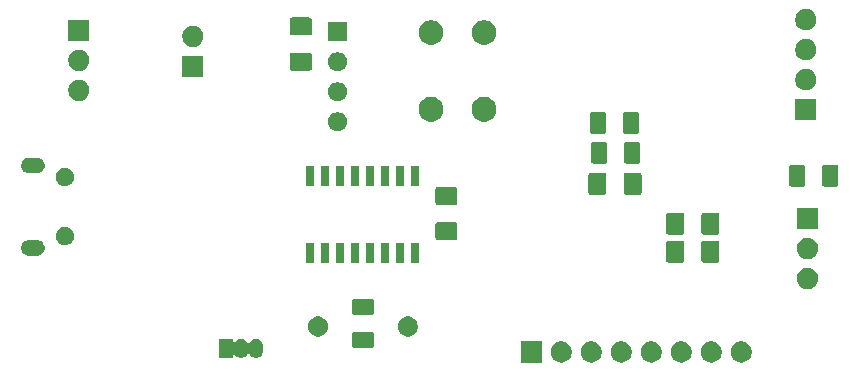
<source format=gbr>
G04 #@! TF.GenerationSoftware,KiCad,Pcbnew,(5.1.5)-3*
G04 #@! TF.CreationDate,2020-12-22T19:25:11+13:00*
G04 #@! TF.ProjectId,SensorNodeCircuit,53656e73-6f72-44e6-9f64-654369726375,rev?*
G04 #@! TF.SameCoordinates,Original*
G04 #@! TF.FileFunction,Soldermask,Bot*
G04 #@! TF.FilePolarity,Negative*
%FSLAX46Y46*%
G04 Gerber Fmt 4.6, Leading zero omitted, Abs format (unit mm)*
G04 Created by KiCad (PCBNEW (5.1.5)-3) date 2020-12-22 19:25:11*
%MOMM*%
%LPD*%
G04 APERTURE LIST*
%ADD10C,0.100000*%
G04 APERTURE END LIST*
D10*
G36*
X151192712Y-106596727D02*
G01*
X151342012Y-106626424D01*
X151505984Y-106694344D01*
X151653554Y-106792947D01*
X151779053Y-106918446D01*
X151877656Y-107066016D01*
X151945576Y-107229988D01*
X151980200Y-107404059D01*
X151980200Y-107581541D01*
X151945576Y-107755612D01*
X151877656Y-107919584D01*
X151779053Y-108067154D01*
X151653554Y-108192653D01*
X151505984Y-108291256D01*
X151342012Y-108359176D01*
X151192712Y-108388873D01*
X151167942Y-108393800D01*
X150990458Y-108393800D01*
X150965688Y-108388873D01*
X150816388Y-108359176D01*
X150652416Y-108291256D01*
X150504846Y-108192653D01*
X150379347Y-108067154D01*
X150280744Y-107919584D01*
X150212824Y-107755612D01*
X150178200Y-107581541D01*
X150178200Y-107404059D01*
X150212824Y-107229988D01*
X150280744Y-107066016D01*
X150379347Y-106918446D01*
X150504846Y-106792947D01*
X150652416Y-106694344D01*
X150816388Y-106626424D01*
X150965688Y-106596727D01*
X150990458Y-106591800D01*
X151167942Y-106591800D01*
X151192712Y-106596727D01*
G37*
G36*
X161352712Y-106596727D02*
G01*
X161502012Y-106626424D01*
X161665984Y-106694344D01*
X161813554Y-106792947D01*
X161939053Y-106918446D01*
X162037656Y-107066016D01*
X162105576Y-107229988D01*
X162140200Y-107404059D01*
X162140200Y-107581541D01*
X162105576Y-107755612D01*
X162037656Y-107919584D01*
X161939053Y-108067154D01*
X161813554Y-108192653D01*
X161665984Y-108291256D01*
X161502012Y-108359176D01*
X161352712Y-108388873D01*
X161327942Y-108393800D01*
X161150458Y-108393800D01*
X161125688Y-108388873D01*
X160976388Y-108359176D01*
X160812416Y-108291256D01*
X160664846Y-108192653D01*
X160539347Y-108067154D01*
X160440744Y-107919584D01*
X160372824Y-107755612D01*
X160338200Y-107581541D01*
X160338200Y-107404059D01*
X160372824Y-107229988D01*
X160440744Y-107066016D01*
X160539347Y-106918446D01*
X160664846Y-106792947D01*
X160812416Y-106694344D01*
X160976388Y-106626424D01*
X161125688Y-106596727D01*
X161150458Y-106591800D01*
X161327942Y-106591800D01*
X161352712Y-106596727D01*
G37*
G36*
X163892712Y-106596727D02*
G01*
X164042012Y-106626424D01*
X164205984Y-106694344D01*
X164353554Y-106792947D01*
X164479053Y-106918446D01*
X164577656Y-107066016D01*
X164645576Y-107229988D01*
X164680200Y-107404059D01*
X164680200Y-107581541D01*
X164645576Y-107755612D01*
X164577656Y-107919584D01*
X164479053Y-108067154D01*
X164353554Y-108192653D01*
X164205984Y-108291256D01*
X164042012Y-108359176D01*
X163892712Y-108388873D01*
X163867942Y-108393800D01*
X163690458Y-108393800D01*
X163665688Y-108388873D01*
X163516388Y-108359176D01*
X163352416Y-108291256D01*
X163204846Y-108192653D01*
X163079347Y-108067154D01*
X162980744Y-107919584D01*
X162912824Y-107755612D01*
X162878200Y-107581541D01*
X162878200Y-107404059D01*
X162912824Y-107229988D01*
X162980744Y-107066016D01*
X163079347Y-106918446D01*
X163204846Y-106792947D01*
X163352416Y-106694344D01*
X163516388Y-106626424D01*
X163665688Y-106596727D01*
X163690458Y-106591800D01*
X163867942Y-106591800D01*
X163892712Y-106596727D01*
G37*
G36*
X158812712Y-106596727D02*
G01*
X158962012Y-106626424D01*
X159125984Y-106694344D01*
X159273554Y-106792947D01*
X159399053Y-106918446D01*
X159497656Y-107066016D01*
X159565576Y-107229988D01*
X159600200Y-107404059D01*
X159600200Y-107581541D01*
X159565576Y-107755612D01*
X159497656Y-107919584D01*
X159399053Y-108067154D01*
X159273554Y-108192653D01*
X159125984Y-108291256D01*
X158962012Y-108359176D01*
X158812712Y-108388873D01*
X158787942Y-108393800D01*
X158610458Y-108393800D01*
X158585688Y-108388873D01*
X158436388Y-108359176D01*
X158272416Y-108291256D01*
X158124846Y-108192653D01*
X157999347Y-108067154D01*
X157900744Y-107919584D01*
X157832824Y-107755612D01*
X157798200Y-107581541D01*
X157798200Y-107404059D01*
X157832824Y-107229988D01*
X157900744Y-107066016D01*
X157999347Y-106918446D01*
X158124846Y-106792947D01*
X158272416Y-106694344D01*
X158436388Y-106626424D01*
X158585688Y-106596727D01*
X158610458Y-106591800D01*
X158787942Y-106591800D01*
X158812712Y-106596727D01*
G37*
G36*
X156272712Y-106596727D02*
G01*
X156422012Y-106626424D01*
X156585984Y-106694344D01*
X156733554Y-106792947D01*
X156859053Y-106918446D01*
X156957656Y-107066016D01*
X157025576Y-107229988D01*
X157060200Y-107404059D01*
X157060200Y-107581541D01*
X157025576Y-107755612D01*
X156957656Y-107919584D01*
X156859053Y-108067154D01*
X156733554Y-108192653D01*
X156585984Y-108291256D01*
X156422012Y-108359176D01*
X156272712Y-108388873D01*
X156247942Y-108393800D01*
X156070458Y-108393800D01*
X156045688Y-108388873D01*
X155896388Y-108359176D01*
X155732416Y-108291256D01*
X155584846Y-108192653D01*
X155459347Y-108067154D01*
X155360744Y-107919584D01*
X155292824Y-107755612D01*
X155258200Y-107581541D01*
X155258200Y-107404059D01*
X155292824Y-107229988D01*
X155360744Y-107066016D01*
X155459347Y-106918446D01*
X155584846Y-106792947D01*
X155732416Y-106694344D01*
X155896388Y-106626424D01*
X156045688Y-106596727D01*
X156070458Y-106591800D01*
X156247942Y-106591800D01*
X156272712Y-106596727D01*
G37*
G36*
X146900200Y-108393800D02*
G01*
X145098200Y-108393800D01*
X145098200Y-106591800D01*
X146900200Y-106591800D01*
X146900200Y-108393800D01*
G37*
G36*
X153732712Y-106596727D02*
G01*
X153882012Y-106626424D01*
X154045984Y-106694344D01*
X154193554Y-106792947D01*
X154319053Y-106918446D01*
X154417656Y-107066016D01*
X154485576Y-107229988D01*
X154520200Y-107404059D01*
X154520200Y-107581541D01*
X154485576Y-107755612D01*
X154417656Y-107919584D01*
X154319053Y-108067154D01*
X154193554Y-108192653D01*
X154045984Y-108291256D01*
X153882012Y-108359176D01*
X153732712Y-108388873D01*
X153707942Y-108393800D01*
X153530458Y-108393800D01*
X153505688Y-108388873D01*
X153356388Y-108359176D01*
X153192416Y-108291256D01*
X153044846Y-108192653D01*
X152919347Y-108067154D01*
X152820744Y-107919584D01*
X152752824Y-107755612D01*
X152718200Y-107581541D01*
X152718200Y-107404059D01*
X152752824Y-107229988D01*
X152820744Y-107066016D01*
X152919347Y-106918446D01*
X153044846Y-106792947D01*
X153192416Y-106694344D01*
X153356388Y-106626424D01*
X153505688Y-106596727D01*
X153530458Y-106591800D01*
X153707942Y-106591800D01*
X153732712Y-106596727D01*
G37*
G36*
X148652712Y-106596727D02*
G01*
X148802012Y-106626424D01*
X148965984Y-106694344D01*
X149113554Y-106792947D01*
X149239053Y-106918446D01*
X149337656Y-107066016D01*
X149405576Y-107229988D01*
X149440200Y-107404059D01*
X149440200Y-107581541D01*
X149405576Y-107755612D01*
X149337656Y-107919584D01*
X149239053Y-108067154D01*
X149113554Y-108192653D01*
X148965984Y-108291256D01*
X148802012Y-108359176D01*
X148652712Y-108388873D01*
X148627942Y-108393800D01*
X148450458Y-108393800D01*
X148425688Y-108388873D01*
X148276388Y-108359176D01*
X148112416Y-108291256D01*
X147964846Y-108192653D01*
X147839347Y-108067154D01*
X147740744Y-107919584D01*
X147672824Y-107755612D01*
X147638200Y-107581541D01*
X147638200Y-107404059D01*
X147672824Y-107229988D01*
X147740744Y-107066016D01*
X147839347Y-106918446D01*
X147964846Y-106792947D01*
X148112416Y-106694344D01*
X148276388Y-106626424D01*
X148425688Y-106596727D01*
X148450458Y-106591800D01*
X148627942Y-106591800D01*
X148652712Y-106596727D01*
G37*
G36*
X122812915Y-106393334D02*
G01*
X122921491Y-106426271D01*
X122921494Y-106426272D01*
X122957600Y-106445571D01*
X123021556Y-106479756D01*
X123109264Y-106551736D01*
X123181244Y-106639443D01*
X123210589Y-106694344D01*
X123234728Y-106739505D01*
X123234729Y-106739508D01*
X123267666Y-106848084D01*
X123276000Y-106932702D01*
X123276000Y-107439297D01*
X123267666Y-107523916D01*
X123235252Y-107630767D01*
X123234728Y-107632495D01*
X123224761Y-107651141D01*
X123181244Y-107732557D01*
X123109264Y-107820264D01*
X123021557Y-107892244D01*
X122957601Y-107926429D01*
X122921495Y-107945728D01*
X122921492Y-107945729D01*
X122812916Y-107978666D01*
X122700000Y-107989787D01*
X122587085Y-107978666D01*
X122478509Y-107945729D01*
X122478506Y-107945728D01*
X122442400Y-107926429D01*
X122378444Y-107892244D01*
X122290737Y-107820264D01*
X122218757Y-107732557D01*
X122175239Y-107651141D01*
X122161625Y-107630766D01*
X122144298Y-107613439D01*
X122123924Y-107599826D01*
X122101285Y-107590448D01*
X122077252Y-107585668D01*
X122052748Y-107585668D01*
X122028715Y-107590448D01*
X122006076Y-107599826D01*
X121985701Y-107613440D01*
X121968374Y-107630767D01*
X121954761Y-107651141D01*
X121911244Y-107732557D01*
X121839264Y-107820264D01*
X121751557Y-107892244D01*
X121687601Y-107926429D01*
X121651495Y-107945728D01*
X121651492Y-107945729D01*
X121542916Y-107978666D01*
X121430000Y-107989787D01*
X121317085Y-107978666D01*
X121208509Y-107945729D01*
X121208506Y-107945728D01*
X121172400Y-107926429D01*
X121108444Y-107892244D01*
X121020737Y-107820264D01*
X120957622Y-107743359D01*
X120940297Y-107726034D01*
X120919923Y-107712420D01*
X120897284Y-107703043D01*
X120873250Y-107698263D01*
X120848746Y-107698263D01*
X120824713Y-107703044D01*
X120802074Y-107712421D01*
X120781700Y-107726035D01*
X120764373Y-107743362D01*
X120750759Y-107763736D01*
X120741382Y-107786375D01*
X120736000Y-107822660D01*
X120736000Y-107987000D01*
X119584000Y-107987000D01*
X119584000Y-106385000D01*
X120736000Y-106385000D01*
X120736000Y-106549341D01*
X120738402Y-106573727D01*
X120745515Y-106597176D01*
X120757066Y-106618787D01*
X120772611Y-106637729D01*
X120791553Y-106653274D01*
X120813164Y-106664825D01*
X120836613Y-106671938D01*
X120860999Y-106674340D01*
X120885385Y-106671938D01*
X120908834Y-106664825D01*
X120930445Y-106653274D01*
X120949387Y-106637729D01*
X120957608Y-106628657D01*
X121020736Y-106551736D01*
X121108443Y-106479756D01*
X121172399Y-106445571D01*
X121208505Y-106426272D01*
X121208508Y-106426271D01*
X121317084Y-106393334D01*
X121430000Y-106382213D01*
X121542915Y-106393334D01*
X121651491Y-106426271D01*
X121651494Y-106426272D01*
X121687600Y-106445571D01*
X121751556Y-106479756D01*
X121839264Y-106551736D01*
X121911244Y-106639443D01*
X121954761Y-106720859D01*
X121968375Y-106741234D01*
X121985702Y-106758561D01*
X122006076Y-106772174D01*
X122028715Y-106781552D01*
X122052748Y-106786332D01*
X122077252Y-106786332D01*
X122101285Y-106781552D01*
X122123924Y-106772174D01*
X122144299Y-106758560D01*
X122161626Y-106741233D01*
X122175239Y-106720860D01*
X122218756Y-106639444D01*
X122290736Y-106551736D01*
X122378443Y-106479756D01*
X122442399Y-106445571D01*
X122478505Y-106426272D01*
X122478508Y-106426271D01*
X122587084Y-106393334D01*
X122700000Y-106382213D01*
X122812915Y-106393334D01*
G37*
G36*
X132548604Y-105814347D02*
G01*
X132585144Y-105825432D01*
X132618821Y-105843433D01*
X132648341Y-105867659D01*
X132672567Y-105897179D01*
X132690568Y-105930856D01*
X132701653Y-105967396D01*
X132706000Y-106011538D01*
X132706000Y-106960462D01*
X132701653Y-107004604D01*
X132690568Y-107041144D01*
X132672567Y-107074821D01*
X132648341Y-107104341D01*
X132618821Y-107128567D01*
X132585144Y-107146568D01*
X132548604Y-107157653D01*
X132504462Y-107162000D01*
X131055538Y-107162000D01*
X131011396Y-107157653D01*
X130974856Y-107146568D01*
X130941179Y-107128567D01*
X130911659Y-107104341D01*
X130887433Y-107074821D01*
X130869432Y-107041144D01*
X130858347Y-107004604D01*
X130854000Y-106960462D01*
X130854000Y-106011538D01*
X130858347Y-105967396D01*
X130869432Y-105930856D01*
X130887433Y-105897179D01*
X130911659Y-105867659D01*
X130941179Y-105843433D01*
X130974856Y-105825432D01*
X131011396Y-105814347D01*
X131055538Y-105810000D01*
X132504462Y-105810000D01*
X132548604Y-105814347D01*
G37*
G36*
X128198228Y-104527703D02*
G01*
X128353100Y-104591853D01*
X128492481Y-104684985D01*
X128611015Y-104803519D01*
X128704147Y-104942900D01*
X128768297Y-105097772D01*
X128801000Y-105262184D01*
X128801000Y-105429816D01*
X128768297Y-105594228D01*
X128704147Y-105749100D01*
X128611015Y-105888481D01*
X128492481Y-106007015D01*
X128353100Y-106100147D01*
X128198228Y-106164297D01*
X128033816Y-106197000D01*
X127866184Y-106197000D01*
X127701772Y-106164297D01*
X127546900Y-106100147D01*
X127407519Y-106007015D01*
X127288985Y-105888481D01*
X127195853Y-105749100D01*
X127131703Y-105594228D01*
X127099000Y-105429816D01*
X127099000Y-105262184D01*
X127131703Y-105097772D01*
X127195853Y-104942900D01*
X127288985Y-104803519D01*
X127407519Y-104684985D01*
X127546900Y-104591853D01*
X127701772Y-104527703D01*
X127866184Y-104495000D01*
X128033816Y-104495000D01*
X128198228Y-104527703D01*
G37*
G36*
X135798228Y-104527703D02*
G01*
X135953100Y-104591853D01*
X136092481Y-104684985D01*
X136211015Y-104803519D01*
X136304147Y-104942900D01*
X136368297Y-105097772D01*
X136401000Y-105262184D01*
X136401000Y-105429816D01*
X136368297Y-105594228D01*
X136304147Y-105749100D01*
X136211015Y-105888481D01*
X136092481Y-106007015D01*
X135953100Y-106100147D01*
X135798228Y-106164297D01*
X135633816Y-106197000D01*
X135466184Y-106197000D01*
X135301772Y-106164297D01*
X135146900Y-106100147D01*
X135007519Y-106007015D01*
X134888985Y-105888481D01*
X134795853Y-105749100D01*
X134731703Y-105594228D01*
X134699000Y-105429816D01*
X134699000Y-105262184D01*
X134731703Y-105097772D01*
X134795853Y-104942900D01*
X134888985Y-104803519D01*
X135007519Y-104684985D01*
X135146900Y-104591853D01*
X135301772Y-104527703D01*
X135466184Y-104495000D01*
X135633816Y-104495000D01*
X135798228Y-104527703D01*
G37*
G36*
X132548604Y-103014347D02*
G01*
X132585144Y-103025432D01*
X132618821Y-103043433D01*
X132648341Y-103067659D01*
X132672567Y-103097179D01*
X132690568Y-103130856D01*
X132701653Y-103167396D01*
X132706000Y-103211538D01*
X132706000Y-104160462D01*
X132701653Y-104204604D01*
X132690568Y-104241144D01*
X132672567Y-104274821D01*
X132648341Y-104304341D01*
X132618821Y-104328567D01*
X132585144Y-104346568D01*
X132548604Y-104357653D01*
X132504462Y-104362000D01*
X131055538Y-104362000D01*
X131011396Y-104357653D01*
X130974856Y-104346568D01*
X130941179Y-104328567D01*
X130911659Y-104304341D01*
X130887433Y-104274821D01*
X130869432Y-104241144D01*
X130858347Y-104204604D01*
X130854000Y-104160462D01*
X130854000Y-103211538D01*
X130858347Y-103167396D01*
X130869432Y-103130856D01*
X130887433Y-103097179D01*
X130911659Y-103067659D01*
X130941179Y-103043433D01*
X130974856Y-103025432D01*
X131011396Y-103014347D01*
X131055538Y-103010000D01*
X132504462Y-103010000D01*
X132548604Y-103014347D01*
G37*
G36*
X169499512Y-100371927D02*
G01*
X169648812Y-100401624D01*
X169812784Y-100469544D01*
X169960354Y-100568147D01*
X170085853Y-100693646D01*
X170184456Y-100841216D01*
X170252376Y-101005188D01*
X170287000Y-101179259D01*
X170287000Y-101356741D01*
X170252376Y-101530812D01*
X170184456Y-101694784D01*
X170085853Y-101842354D01*
X169960354Y-101967853D01*
X169812784Y-102066456D01*
X169648812Y-102134376D01*
X169499512Y-102164073D01*
X169474742Y-102169000D01*
X169297258Y-102169000D01*
X169272488Y-102164073D01*
X169123188Y-102134376D01*
X168959216Y-102066456D01*
X168811646Y-101967853D01*
X168686147Y-101842354D01*
X168587544Y-101694784D01*
X168519624Y-101530812D01*
X168485000Y-101356741D01*
X168485000Y-101179259D01*
X168519624Y-101005188D01*
X168587544Y-100841216D01*
X168686147Y-100693646D01*
X168811646Y-100568147D01*
X168959216Y-100469544D01*
X169123188Y-100401624D01*
X169272488Y-100371927D01*
X169297258Y-100367000D01*
X169474742Y-100367000D01*
X169499512Y-100371927D01*
G37*
G36*
X127544928Y-98247764D02*
G01*
X127566009Y-98254160D01*
X127585445Y-98264548D01*
X127602476Y-98278524D01*
X127616452Y-98295555D01*
X127626840Y-98314991D01*
X127633236Y-98336072D01*
X127636000Y-98364140D01*
X127636000Y-99827860D01*
X127633236Y-99855928D01*
X127626840Y-99877009D01*
X127616452Y-99896445D01*
X127602476Y-99913476D01*
X127585445Y-99927452D01*
X127566009Y-99937840D01*
X127544928Y-99944236D01*
X127516860Y-99947000D01*
X127053140Y-99947000D01*
X127025072Y-99944236D01*
X127003991Y-99937840D01*
X126984555Y-99927452D01*
X126967524Y-99913476D01*
X126953548Y-99896445D01*
X126943160Y-99877009D01*
X126936764Y-99855928D01*
X126934000Y-99827860D01*
X126934000Y-98364140D01*
X126936764Y-98336072D01*
X126943160Y-98314991D01*
X126953548Y-98295555D01*
X126967524Y-98278524D01*
X126984555Y-98264548D01*
X127003991Y-98254160D01*
X127025072Y-98247764D01*
X127053140Y-98245000D01*
X127516860Y-98245000D01*
X127544928Y-98247764D01*
G37*
G36*
X128814928Y-98247764D02*
G01*
X128836009Y-98254160D01*
X128855445Y-98264548D01*
X128872476Y-98278524D01*
X128886452Y-98295555D01*
X128896840Y-98314991D01*
X128903236Y-98336072D01*
X128906000Y-98364140D01*
X128906000Y-99827860D01*
X128903236Y-99855928D01*
X128896840Y-99877009D01*
X128886452Y-99896445D01*
X128872476Y-99913476D01*
X128855445Y-99927452D01*
X128836009Y-99937840D01*
X128814928Y-99944236D01*
X128786860Y-99947000D01*
X128323140Y-99947000D01*
X128295072Y-99944236D01*
X128273991Y-99937840D01*
X128254555Y-99927452D01*
X128237524Y-99913476D01*
X128223548Y-99896445D01*
X128213160Y-99877009D01*
X128206764Y-99855928D01*
X128204000Y-99827860D01*
X128204000Y-98364140D01*
X128206764Y-98336072D01*
X128213160Y-98314991D01*
X128223548Y-98295555D01*
X128237524Y-98278524D01*
X128254555Y-98264548D01*
X128273991Y-98254160D01*
X128295072Y-98247764D01*
X128323140Y-98245000D01*
X128786860Y-98245000D01*
X128814928Y-98247764D01*
G37*
G36*
X130084928Y-98247764D02*
G01*
X130106009Y-98254160D01*
X130125445Y-98264548D01*
X130142476Y-98278524D01*
X130156452Y-98295555D01*
X130166840Y-98314991D01*
X130173236Y-98336072D01*
X130176000Y-98364140D01*
X130176000Y-99827860D01*
X130173236Y-99855928D01*
X130166840Y-99877009D01*
X130156452Y-99896445D01*
X130142476Y-99913476D01*
X130125445Y-99927452D01*
X130106009Y-99937840D01*
X130084928Y-99944236D01*
X130056860Y-99947000D01*
X129593140Y-99947000D01*
X129565072Y-99944236D01*
X129543991Y-99937840D01*
X129524555Y-99927452D01*
X129507524Y-99913476D01*
X129493548Y-99896445D01*
X129483160Y-99877009D01*
X129476764Y-99855928D01*
X129474000Y-99827860D01*
X129474000Y-98364140D01*
X129476764Y-98336072D01*
X129483160Y-98314991D01*
X129493548Y-98295555D01*
X129507524Y-98278524D01*
X129524555Y-98264548D01*
X129543991Y-98254160D01*
X129565072Y-98247764D01*
X129593140Y-98245000D01*
X130056860Y-98245000D01*
X130084928Y-98247764D01*
G37*
G36*
X132624928Y-98247764D02*
G01*
X132646009Y-98254160D01*
X132665445Y-98264548D01*
X132682476Y-98278524D01*
X132696452Y-98295555D01*
X132706840Y-98314991D01*
X132713236Y-98336072D01*
X132716000Y-98364140D01*
X132716000Y-99827860D01*
X132713236Y-99855928D01*
X132706840Y-99877009D01*
X132696452Y-99896445D01*
X132682476Y-99913476D01*
X132665445Y-99927452D01*
X132646009Y-99937840D01*
X132624928Y-99944236D01*
X132596860Y-99947000D01*
X132133140Y-99947000D01*
X132105072Y-99944236D01*
X132083991Y-99937840D01*
X132064555Y-99927452D01*
X132047524Y-99913476D01*
X132033548Y-99896445D01*
X132023160Y-99877009D01*
X132016764Y-99855928D01*
X132014000Y-99827860D01*
X132014000Y-98364140D01*
X132016764Y-98336072D01*
X132023160Y-98314991D01*
X132033548Y-98295555D01*
X132047524Y-98278524D01*
X132064555Y-98264548D01*
X132083991Y-98254160D01*
X132105072Y-98247764D01*
X132133140Y-98245000D01*
X132596860Y-98245000D01*
X132624928Y-98247764D01*
G37*
G36*
X131354928Y-98247764D02*
G01*
X131376009Y-98254160D01*
X131395445Y-98264548D01*
X131412476Y-98278524D01*
X131426452Y-98295555D01*
X131436840Y-98314991D01*
X131443236Y-98336072D01*
X131446000Y-98364140D01*
X131446000Y-99827860D01*
X131443236Y-99855928D01*
X131436840Y-99877009D01*
X131426452Y-99896445D01*
X131412476Y-99913476D01*
X131395445Y-99927452D01*
X131376009Y-99937840D01*
X131354928Y-99944236D01*
X131326860Y-99947000D01*
X130863140Y-99947000D01*
X130835072Y-99944236D01*
X130813991Y-99937840D01*
X130794555Y-99927452D01*
X130777524Y-99913476D01*
X130763548Y-99896445D01*
X130753160Y-99877009D01*
X130746764Y-99855928D01*
X130744000Y-99827860D01*
X130744000Y-98364140D01*
X130746764Y-98336072D01*
X130753160Y-98314991D01*
X130763548Y-98295555D01*
X130777524Y-98278524D01*
X130794555Y-98264548D01*
X130813991Y-98254160D01*
X130835072Y-98247764D01*
X130863140Y-98245000D01*
X131326860Y-98245000D01*
X131354928Y-98247764D01*
G37*
G36*
X133894928Y-98247764D02*
G01*
X133916009Y-98254160D01*
X133935445Y-98264548D01*
X133952476Y-98278524D01*
X133966452Y-98295555D01*
X133976840Y-98314991D01*
X133983236Y-98336072D01*
X133986000Y-98364140D01*
X133986000Y-99827860D01*
X133983236Y-99855928D01*
X133976840Y-99877009D01*
X133966452Y-99896445D01*
X133952476Y-99913476D01*
X133935445Y-99927452D01*
X133916009Y-99937840D01*
X133894928Y-99944236D01*
X133866860Y-99947000D01*
X133403140Y-99947000D01*
X133375072Y-99944236D01*
X133353991Y-99937840D01*
X133334555Y-99927452D01*
X133317524Y-99913476D01*
X133303548Y-99896445D01*
X133293160Y-99877009D01*
X133286764Y-99855928D01*
X133284000Y-99827860D01*
X133284000Y-98364140D01*
X133286764Y-98336072D01*
X133293160Y-98314991D01*
X133303548Y-98295555D01*
X133317524Y-98278524D01*
X133334555Y-98264548D01*
X133353991Y-98254160D01*
X133375072Y-98247764D01*
X133403140Y-98245000D01*
X133866860Y-98245000D01*
X133894928Y-98247764D01*
G37*
G36*
X135164928Y-98247764D02*
G01*
X135186009Y-98254160D01*
X135205445Y-98264548D01*
X135222476Y-98278524D01*
X135236452Y-98295555D01*
X135246840Y-98314991D01*
X135253236Y-98336072D01*
X135256000Y-98364140D01*
X135256000Y-99827860D01*
X135253236Y-99855928D01*
X135246840Y-99877009D01*
X135236452Y-99896445D01*
X135222476Y-99913476D01*
X135205445Y-99927452D01*
X135186009Y-99937840D01*
X135164928Y-99944236D01*
X135136860Y-99947000D01*
X134673140Y-99947000D01*
X134645072Y-99944236D01*
X134623991Y-99937840D01*
X134604555Y-99927452D01*
X134587524Y-99913476D01*
X134573548Y-99896445D01*
X134563160Y-99877009D01*
X134556764Y-99855928D01*
X134554000Y-99827860D01*
X134554000Y-98364140D01*
X134556764Y-98336072D01*
X134563160Y-98314991D01*
X134573548Y-98295555D01*
X134587524Y-98278524D01*
X134604555Y-98264548D01*
X134623991Y-98254160D01*
X134645072Y-98247764D01*
X134673140Y-98245000D01*
X135136860Y-98245000D01*
X135164928Y-98247764D01*
G37*
G36*
X136434928Y-98247764D02*
G01*
X136456009Y-98254160D01*
X136475445Y-98264548D01*
X136492476Y-98278524D01*
X136506452Y-98295555D01*
X136516840Y-98314991D01*
X136523236Y-98336072D01*
X136526000Y-98364140D01*
X136526000Y-99827860D01*
X136523236Y-99855928D01*
X136516840Y-99877009D01*
X136506452Y-99896445D01*
X136492476Y-99913476D01*
X136475445Y-99927452D01*
X136456009Y-99937840D01*
X136434928Y-99944236D01*
X136406860Y-99947000D01*
X135943140Y-99947000D01*
X135915072Y-99944236D01*
X135893991Y-99937840D01*
X135874555Y-99927452D01*
X135857524Y-99913476D01*
X135843548Y-99896445D01*
X135833160Y-99877009D01*
X135826764Y-99855928D01*
X135824000Y-99827860D01*
X135824000Y-98364140D01*
X135826764Y-98336072D01*
X135833160Y-98314991D01*
X135843548Y-98295555D01*
X135857524Y-98278524D01*
X135874555Y-98264548D01*
X135893991Y-98254160D01*
X135915072Y-98247764D01*
X135943140Y-98245000D01*
X136406860Y-98245000D01*
X136434928Y-98247764D01*
G37*
G36*
X158814062Y-98084181D02*
G01*
X158848981Y-98094774D01*
X158881163Y-98111976D01*
X158909373Y-98135127D01*
X158932524Y-98163337D01*
X158949726Y-98195519D01*
X158960319Y-98230438D01*
X158964500Y-98272895D01*
X158964500Y-99739105D01*
X158960319Y-99781562D01*
X158949726Y-99816481D01*
X158932524Y-99848663D01*
X158909373Y-99876873D01*
X158881163Y-99900024D01*
X158848981Y-99917226D01*
X158814062Y-99927819D01*
X158771605Y-99932000D01*
X157630395Y-99932000D01*
X157587938Y-99927819D01*
X157553019Y-99917226D01*
X157520837Y-99900024D01*
X157492627Y-99876873D01*
X157469476Y-99848663D01*
X157452274Y-99816481D01*
X157441681Y-99781562D01*
X157437500Y-99739105D01*
X157437500Y-98272895D01*
X157441681Y-98230438D01*
X157452274Y-98195519D01*
X157469476Y-98163337D01*
X157492627Y-98135127D01*
X157520837Y-98111976D01*
X157553019Y-98094774D01*
X157587938Y-98084181D01*
X157630395Y-98080000D01*
X158771605Y-98080000D01*
X158814062Y-98084181D01*
G37*
G36*
X161789062Y-98084181D02*
G01*
X161823981Y-98094774D01*
X161856163Y-98111976D01*
X161884373Y-98135127D01*
X161907524Y-98163337D01*
X161924726Y-98195519D01*
X161935319Y-98230438D01*
X161939500Y-98272895D01*
X161939500Y-99739105D01*
X161935319Y-99781562D01*
X161924726Y-99816481D01*
X161907524Y-99848663D01*
X161884373Y-99876873D01*
X161856163Y-99900024D01*
X161823981Y-99917226D01*
X161789062Y-99927819D01*
X161746605Y-99932000D01*
X160605395Y-99932000D01*
X160562938Y-99927819D01*
X160528019Y-99917226D01*
X160495837Y-99900024D01*
X160467627Y-99876873D01*
X160444476Y-99848663D01*
X160427274Y-99816481D01*
X160416681Y-99781562D01*
X160412500Y-99739105D01*
X160412500Y-98272895D01*
X160416681Y-98230438D01*
X160427274Y-98195519D01*
X160444476Y-98163337D01*
X160467627Y-98135127D01*
X160495837Y-98111976D01*
X160528019Y-98094774D01*
X160562938Y-98084181D01*
X160605395Y-98080000D01*
X161746605Y-98080000D01*
X161789062Y-98084181D01*
G37*
G36*
X169499512Y-97831927D02*
G01*
X169648812Y-97861624D01*
X169812784Y-97929544D01*
X169960354Y-98028147D01*
X170085853Y-98153646D01*
X170184456Y-98301216D01*
X170252376Y-98465188D01*
X170287000Y-98639259D01*
X170287000Y-98816741D01*
X170252376Y-98990812D01*
X170184456Y-99154784D01*
X170085853Y-99302354D01*
X169960354Y-99427853D01*
X169812784Y-99526456D01*
X169648812Y-99594376D01*
X169499512Y-99624073D01*
X169474742Y-99629000D01*
X169297258Y-99629000D01*
X169272488Y-99624073D01*
X169123188Y-99594376D01*
X168959216Y-99526456D01*
X168811646Y-99427853D01*
X168686147Y-99302354D01*
X168587544Y-99154784D01*
X168519624Y-98990812D01*
X168485000Y-98816741D01*
X168485000Y-98639259D01*
X168519624Y-98465188D01*
X168587544Y-98301216D01*
X168686147Y-98153646D01*
X168811646Y-98028147D01*
X168959216Y-97929544D01*
X169123188Y-97861624D01*
X169272488Y-97831927D01*
X169297258Y-97827000D01*
X169474742Y-97827000D01*
X169499512Y-97831927D01*
G37*
G36*
X104214780Y-98037000D02*
G01*
X104290118Y-98044420D01*
X104380904Y-98071960D01*
X104412836Y-98081646D01*
X104525925Y-98142094D01*
X104625054Y-98223446D01*
X104706406Y-98322575D01*
X104766854Y-98435664D01*
X104766855Y-98435668D01*
X104804080Y-98558382D01*
X104816649Y-98686000D01*
X104804080Y-98813618D01*
X104803132Y-98816742D01*
X104766854Y-98936336D01*
X104706406Y-99049425D01*
X104625054Y-99148554D01*
X104525925Y-99229906D01*
X104412836Y-99290354D01*
X104380904Y-99300040D01*
X104290118Y-99327580D01*
X104226355Y-99333860D01*
X104194474Y-99337000D01*
X103430526Y-99337000D01*
X103398645Y-99333860D01*
X103334882Y-99327580D01*
X103244096Y-99300040D01*
X103212164Y-99290354D01*
X103099075Y-99229906D01*
X102999946Y-99148554D01*
X102918594Y-99049425D01*
X102858146Y-98936336D01*
X102821868Y-98816742D01*
X102820920Y-98813618D01*
X102808351Y-98686000D01*
X102820920Y-98558382D01*
X102858145Y-98435668D01*
X102858146Y-98435664D01*
X102918594Y-98322575D01*
X102999946Y-98223446D01*
X103099075Y-98142094D01*
X103212164Y-98081646D01*
X103244096Y-98071960D01*
X103334882Y-98044420D01*
X103410220Y-98037000D01*
X103430526Y-98035000D01*
X104194474Y-98035000D01*
X104214780Y-98037000D01*
G37*
G36*
X106738848Y-96939820D02*
G01*
X106738850Y-96939821D01*
X106738851Y-96939821D01*
X106880074Y-96998317D01*
X106880077Y-96998319D01*
X107007169Y-97083239D01*
X107115261Y-97191331D01*
X107183932Y-97294105D01*
X107200183Y-97318426D01*
X107258679Y-97459649D01*
X107258680Y-97459652D01*
X107288500Y-97609569D01*
X107288500Y-97762431D01*
X107268770Y-97861624D01*
X107258679Y-97912351D01*
X107200183Y-98053574D01*
X107200181Y-98053577D01*
X107115261Y-98180669D01*
X107007169Y-98288761D01*
X106910521Y-98353339D01*
X106880074Y-98373683D01*
X106738851Y-98432179D01*
X106738850Y-98432179D01*
X106738848Y-98432180D01*
X106588931Y-98462000D01*
X106436069Y-98462000D01*
X106286152Y-98432180D01*
X106286150Y-98432179D01*
X106286149Y-98432179D01*
X106144926Y-98373683D01*
X106114479Y-98353339D01*
X106017831Y-98288761D01*
X105909739Y-98180669D01*
X105824819Y-98053577D01*
X105824817Y-98053574D01*
X105766321Y-97912351D01*
X105756231Y-97861624D01*
X105736500Y-97762431D01*
X105736500Y-97609569D01*
X105766320Y-97459652D01*
X105766321Y-97459649D01*
X105824817Y-97318426D01*
X105841068Y-97294105D01*
X105909739Y-97191331D01*
X106017831Y-97083239D01*
X106144923Y-96998319D01*
X106144926Y-96998317D01*
X106286149Y-96939821D01*
X106286150Y-96939821D01*
X106286152Y-96939820D01*
X106436069Y-96910000D01*
X106588931Y-96910000D01*
X106738848Y-96939820D01*
G37*
G36*
X139595562Y-96514181D02*
G01*
X139630481Y-96524774D01*
X139662663Y-96541976D01*
X139690873Y-96565127D01*
X139714024Y-96593337D01*
X139731226Y-96625519D01*
X139741819Y-96660438D01*
X139746000Y-96702895D01*
X139746000Y-97844105D01*
X139741819Y-97886562D01*
X139731226Y-97921481D01*
X139714024Y-97953663D01*
X139690873Y-97981873D01*
X139662663Y-98005024D01*
X139630481Y-98022226D01*
X139595562Y-98032819D01*
X139553105Y-98037000D01*
X138086895Y-98037000D01*
X138044438Y-98032819D01*
X138009519Y-98022226D01*
X137977337Y-98005024D01*
X137949127Y-97981873D01*
X137925976Y-97953663D01*
X137908774Y-97921481D01*
X137898181Y-97886562D01*
X137894000Y-97844105D01*
X137894000Y-96702895D01*
X137898181Y-96660438D01*
X137908774Y-96625519D01*
X137925976Y-96593337D01*
X137949127Y-96565127D01*
X137977337Y-96541976D01*
X138009519Y-96524774D01*
X138044438Y-96514181D01*
X138086895Y-96510000D01*
X139553105Y-96510000D01*
X139595562Y-96514181D01*
G37*
G36*
X161789062Y-95714181D02*
G01*
X161823981Y-95724774D01*
X161856163Y-95741976D01*
X161884373Y-95765127D01*
X161907524Y-95793337D01*
X161924726Y-95825519D01*
X161935319Y-95860438D01*
X161939500Y-95902895D01*
X161939500Y-97369105D01*
X161935319Y-97411562D01*
X161924726Y-97446481D01*
X161907524Y-97478663D01*
X161884373Y-97506873D01*
X161856163Y-97530024D01*
X161823981Y-97547226D01*
X161789062Y-97557819D01*
X161746605Y-97562000D01*
X160605395Y-97562000D01*
X160562938Y-97557819D01*
X160528019Y-97547226D01*
X160495837Y-97530024D01*
X160467627Y-97506873D01*
X160444476Y-97478663D01*
X160427274Y-97446481D01*
X160416681Y-97411562D01*
X160412500Y-97369105D01*
X160412500Y-95902895D01*
X160416681Y-95860438D01*
X160427274Y-95825519D01*
X160444476Y-95793337D01*
X160467627Y-95765127D01*
X160495837Y-95741976D01*
X160528019Y-95724774D01*
X160562938Y-95714181D01*
X160605395Y-95710000D01*
X161746605Y-95710000D01*
X161789062Y-95714181D01*
G37*
G36*
X158814062Y-95714181D02*
G01*
X158848981Y-95724774D01*
X158881163Y-95741976D01*
X158909373Y-95765127D01*
X158932524Y-95793337D01*
X158949726Y-95825519D01*
X158960319Y-95860438D01*
X158964500Y-95902895D01*
X158964500Y-97369105D01*
X158960319Y-97411562D01*
X158949726Y-97446481D01*
X158932524Y-97478663D01*
X158909373Y-97506873D01*
X158881163Y-97530024D01*
X158848981Y-97547226D01*
X158814062Y-97557819D01*
X158771605Y-97562000D01*
X157630395Y-97562000D01*
X157587938Y-97557819D01*
X157553019Y-97547226D01*
X157520837Y-97530024D01*
X157492627Y-97506873D01*
X157469476Y-97478663D01*
X157452274Y-97446481D01*
X157441681Y-97411562D01*
X157437500Y-97369105D01*
X157437500Y-95902895D01*
X157441681Y-95860438D01*
X157452274Y-95825519D01*
X157469476Y-95793337D01*
X157492627Y-95765127D01*
X157520837Y-95741976D01*
X157553019Y-95724774D01*
X157587938Y-95714181D01*
X157630395Y-95710000D01*
X158771605Y-95710000D01*
X158814062Y-95714181D01*
G37*
G36*
X170287000Y-97089000D02*
G01*
X168485000Y-97089000D01*
X168485000Y-95287000D01*
X170287000Y-95287000D01*
X170287000Y-97089000D01*
G37*
G36*
X139595562Y-93539181D02*
G01*
X139630481Y-93549774D01*
X139662663Y-93566976D01*
X139690873Y-93590127D01*
X139714024Y-93618337D01*
X139731226Y-93650519D01*
X139741819Y-93685438D01*
X139746000Y-93727895D01*
X139746000Y-94869105D01*
X139741819Y-94911562D01*
X139731226Y-94946481D01*
X139714024Y-94978663D01*
X139690873Y-95006873D01*
X139662663Y-95030024D01*
X139630481Y-95047226D01*
X139595562Y-95057819D01*
X139553105Y-95062000D01*
X138086895Y-95062000D01*
X138044438Y-95057819D01*
X138009519Y-95047226D01*
X137977337Y-95030024D01*
X137949127Y-95006873D01*
X137925976Y-94978663D01*
X137908774Y-94946481D01*
X137898181Y-94911562D01*
X137894000Y-94869105D01*
X137894000Y-93727895D01*
X137898181Y-93685438D01*
X137908774Y-93650519D01*
X137925976Y-93618337D01*
X137949127Y-93590127D01*
X137977337Y-93566976D01*
X138009519Y-93549774D01*
X138044438Y-93539181D01*
X138086895Y-93535000D01*
X139553105Y-93535000D01*
X139595562Y-93539181D01*
G37*
G36*
X155199062Y-92334181D02*
G01*
X155233981Y-92344774D01*
X155266163Y-92361976D01*
X155294373Y-92385127D01*
X155317524Y-92413337D01*
X155334726Y-92445519D01*
X155345319Y-92480438D01*
X155349500Y-92522895D01*
X155349500Y-93989105D01*
X155345319Y-94031562D01*
X155334726Y-94066481D01*
X155317524Y-94098663D01*
X155294373Y-94126873D01*
X155266163Y-94150024D01*
X155233981Y-94167226D01*
X155199062Y-94177819D01*
X155156605Y-94182000D01*
X154015395Y-94182000D01*
X153972938Y-94177819D01*
X153938019Y-94167226D01*
X153905837Y-94150024D01*
X153877627Y-94126873D01*
X153854476Y-94098663D01*
X153837274Y-94066481D01*
X153826681Y-94031562D01*
X153822500Y-93989105D01*
X153822500Y-92522895D01*
X153826681Y-92480438D01*
X153837274Y-92445519D01*
X153854476Y-92413337D01*
X153877627Y-92385127D01*
X153905837Y-92361976D01*
X153938019Y-92344774D01*
X153972938Y-92334181D01*
X154015395Y-92330000D01*
X155156605Y-92330000D01*
X155199062Y-92334181D01*
G37*
G36*
X152224062Y-92334181D02*
G01*
X152258981Y-92344774D01*
X152291163Y-92361976D01*
X152319373Y-92385127D01*
X152342524Y-92413337D01*
X152359726Y-92445519D01*
X152370319Y-92480438D01*
X152374500Y-92522895D01*
X152374500Y-93989105D01*
X152370319Y-94031562D01*
X152359726Y-94066481D01*
X152342524Y-94098663D01*
X152319373Y-94126873D01*
X152291163Y-94150024D01*
X152258981Y-94167226D01*
X152224062Y-94177819D01*
X152181605Y-94182000D01*
X151040395Y-94182000D01*
X150997938Y-94177819D01*
X150963019Y-94167226D01*
X150930837Y-94150024D01*
X150902627Y-94126873D01*
X150879476Y-94098663D01*
X150862274Y-94066481D01*
X150851681Y-94031562D01*
X150847500Y-93989105D01*
X150847500Y-92522895D01*
X150851681Y-92480438D01*
X150862274Y-92445519D01*
X150879476Y-92413337D01*
X150902627Y-92385127D01*
X150930837Y-92361976D01*
X150963019Y-92344774D01*
X150997938Y-92334181D01*
X151040395Y-92330000D01*
X152181605Y-92330000D01*
X152224062Y-92334181D01*
G37*
G36*
X171834604Y-91656347D02*
G01*
X171871144Y-91667432D01*
X171904821Y-91685433D01*
X171934341Y-91709659D01*
X171958567Y-91739179D01*
X171976568Y-91772856D01*
X171987653Y-91809396D01*
X171992000Y-91853538D01*
X171992000Y-93302462D01*
X171987653Y-93346604D01*
X171976568Y-93383144D01*
X171958567Y-93416821D01*
X171934341Y-93446341D01*
X171904821Y-93470567D01*
X171871144Y-93488568D01*
X171834604Y-93499653D01*
X171790462Y-93504000D01*
X170841538Y-93504000D01*
X170797396Y-93499653D01*
X170760856Y-93488568D01*
X170727179Y-93470567D01*
X170697659Y-93446341D01*
X170673433Y-93416821D01*
X170655432Y-93383144D01*
X170644347Y-93346604D01*
X170640000Y-93302462D01*
X170640000Y-91853538D01*
X170644347Y-91809396D01*
X170655432Y-91772856D01*
X170673433Y-91739179D01*
X170697659Y-91709659D01*
X170727179Y-91685433D01*
X170760856Y-91667432D01*
X170797396Y-91656347D01*
X170841538Y-91652000D01*
X171790462Y-91652000D01*
X171834604Y-91656347D01*
G37*
G36*
X169034604Y-91656347D02*
G01*
X169071144Y-91667432D01*
X169104821Y-91685433D01*
X169134341Y-91709659D01*
X169158567Y-91739179D01*
X169176568Y-91772856D01*
X169187653Y-91809396D01*
X169192000Y-91853538D01*
X169192000Y-93302462D01*
X169187653Y-93346604D01*
X169176568Y-93383144D01*
X169158567Y-93416821D01*
X169134341Y-93446341D01*
X169104821Y-93470567D01*
X169071144Y-93488568D01*
X169034604Y-93499653D01*
X168990462Y-93504000D01*
X168041538Y-93504000D01*
X167997396Y-93499653D01*
X167960856Y-93488568D01*
X167927179Y-93470567D01*
X167897659Y-93446341D01*
X167873433Y-93416821D01*
X167855432Y-93383144D01*
X167844347Y-93346604D01*
X167840000Y-93302462D01*
X167840000Y-91853538D01*
X167844347Y-91809396D01*
X167855432Y-91772856D01*
X167873433Y-91739179D01*
X167897659Y-91709659D01*
X167927179Y-91685433D01*
X167960856Y-91667432D01*
X167997396Y-91656347D01*
X168041538Y-91652000D01*
X168990462Y-91652000D01*
X169034604Y-91656347D01*
G37*
G36*
X106738848Y-91939820D02*
G01*
X106738850Y-91939821D01*
X106738851Y-91939821D01*
X106880074Y-91998317D01*
X106880077Y-91998319D01*
X107007169Y-92083239D01*
X107115261Y-92191331D01*
X107200181Y-92318423D01*
X107200183Y-92318426D01*
X107227811Y-92385127D01*
X107258680Y-92459652D01*
X107275782Y-92545631D01*
X107288500Y-92609571D01*
X107288500Y-92762429D01*
X107258679Y-92912351D01*
X107200183Y-93053574D01*
X107200181Y-93053577D01*
X107115261Y-93180669D01*
X107007169Y-93288761D01*
X106906646Y-93355928D01*
X106880074Y-93373683D01*
X106738851Y-93432179D01*
X106738850Y-93432179D01*
X106738848Y-93432180D01*
X106588931Y-93462000D01*
X106436069Y-93462000D01*
X106286152Y-93432180D01*
X106286150Y-93432179D01*
X106286149Y-93432179D01*
X106144926Y-93373683D01*
X106118354Y-93355928D01*
X106017831Y-93288761D01*
X105909739Y-93180669D01*
X105824819Y-93053577D01*
X105824817Y-93053574D01*
X105766321Y-92912351D01*
X105736500Y-92762429D01*
X105736500Y-92609571D01*
X105749218Y-92545631D01*
X105766320Y-92459652D01*
X105797189Y-92385127D01*
X105824817Y-92318426D01*
X105824819Y-92318423D01*
X105909739Y-92191331D01*
X106017831Y-92083239D01*
X106144923Y-91998319D01*
X106144926Y-91998317D01*
X106286149Y-91939821D01*
X106286150Y-91939821D01*
X106286152Y-91939820D01*
X106436069Y-91910000D01*
X106588931Y-91910000D01*
X106738848Y-91939820D01*
G37*
G36*
X136434928Y-91747764D02*
G01*
X136456009Y-91754160D01*
X136475445Y-91764548D01*
X136492476Y-91778524D01*
X136506452Y-91795555D01*
X136516840Y-91814991D01*
X136523236Y-91836072D01*
X136526000Y-91864140D01*
X136526000Y-93327860D01*
X136523236Y-93355928D01*
X136516840Y-93377009D01*
X136506452Y-93396445D01*
X136492476Y-93413476D01*
X136475445Y-93427452D01*
X136456009Y-93437840D01*
X136434928Y-93444236D01*
X136406860Y-93447000D01*
X135943140Y-93447000D01*
X135915072Y-93444236D01*
X135893991Y-93437840D01*
X135874555Y-93427452D01*
X135857524Y-93413476D01*
X135843548Y-93396445D01*
X135833160Y-93377009D01*
X135826764Y-93355928D01*
X135824000Y-93327860D01*
X135824000Y-91864140D01*
X135826764Y-91836072D01*
X135833160Y-91814991D01*
X135843548Y-91795555D01*
X135857524Y-91778524D01*
X135874555Y-91764548D01*
X135893991Y-91754160D01*
X135915072Y-91747764D01*
X135943140Y-91745000D01*
X136406860Y-91745000D01*
X136434928Y-91747764D01*
G37*
G36*
X135164928Y-91747764D02*
G01*
X135186009Y-91754160D01*
X135205445Y-91764548D01*
X135222476Y-91778524D01*
X135236452Y-91795555D01*
X135246840Y-91814991D01*
X135253236Y-91836072D01*
X135256000Y-91864140D01*
X135256000Y-93327860D01*
X135253236Y-93355928D01*
X135246840Y-93377009D01*
X135236452Y-93396445D01*
X135222476Y-93413476D01*
X135205445Y-93427452D01*
X135186009Y-93437840D01*
X135164928Y-93444236D01*
X135136860Y-93447000D01*
X134673140Y-93447000D01*
X134645072Y-93444236D01*
X134623991Y-93437840D01*
X134604555Y-93427452D01*
X134587524Y-93413476D01*
X134573548Y-93396445D01*
X134563160Y-93377009D01*
X134556764Y-93355928D01*
X134554000Y-93327860D01*
X134554000Y-91864140D01*
X134556764Y-91836072D01*
X134563160Y-91814991D01*
X134573548Y-91795555D01*
X134587524Y-91778524D01*
X134604555Y-91764548D01*
X134623991Y-91754160D01*
X134645072Y-91747764D01*
X134673140Y-91745000D01*
X135136860Y-91745000D01*
X135164928Y-91747764D01*
G37*
G36*
X127544928Y-91747764D02*
G01*
X127566009Y-91754160D01*
X127585445Y-91764548D01*
X127602476Y-91778524D01*
X127616452Y-91795555D01*
X127626840Y-91814991D01*
X127633236Y-91836072D01*
X127636000Y-91864140D01*
X127636000Y-93327860D01*
X127633236Y-93355928D01*
X127626840Y-93377009D01*
X127616452Y-93396445D01*
X127602476Y-93413476D01*
X127585445Y-93427452D01*
X127566009Y-93437840D01*
X127544928Y-93444236D01*
X127516860Y-93447000D01*
X127053140Y-93447000D01*
X127025072Y-93444236D01*
X127003991Y-93437840D01*
X126984555Y-93427452D01*
X126967524Y-93413476D01*
X126953548Y-93396445D01*
X126943160Y-93377009D01*
X126936764Y-93355928D01*
X126934000Y-93327860D01*
X126934000Y-91864140D01*
X126936764Y-91836072D01*
X126943160Y-91814991D01*
X126953548Y-91795555D01*
X126967524Y-91778524D01*
X126984555Y-91764548D01*
X127003991Y-91754160D01*
X127025072Y-91747764D01*
X127053140Y-91745000D01*
X127516860Y-91745000D01*
X127544928Y-91747764D01*
G37*
G36*
X130084928Y-91747764D02*
G01*
X130106009Y-91754160D01*
X130125445Y-91764548D01*
X130142476Y-91778524D01*
X130156452Y-91795555D01*
X130166840Y-91814991D01*
X130173236Y-91836072D01*
X130176000Y-91864140D01*
X130176000Y-93327860D01*
X130173236Y-93355928D01*
X130166840Y-93377009D01*
X130156452Y-93396445D01*
X130142476Y-93413476D01*
X130125445Y-93427452D01*
X130106009Y-93437840D01*
X130084928Y-93444236D01*
X130056860Y-93447000D01*
X129593140Y-93447000D01*
X129565072Y-93444236D01*
X129543991Y-93437840D01*
X129524555Y-93427452D01*
X129507524Y-93413476D01*
X129493548Y-93396445D01*
X129483160Y-93377009D01*
X129476764Y-93355928D01*
X129474000Y-93327860D01*
X129474000Y-91864140D01*
X129476764Y-91836072D01*
X129483160Y-91814991D01*
X129493548Y-91795555D01*
X129507524Y-91778524D01*
X129524555Y-91764548D01*
X129543991Y-91754160D01*
X129565072Y-91747764D01*
X129593140Y-91745000D01*
X130056860Y-91745000D01*
X130084928Y-91747764D01*
G37*
G36*
X132624928Y-91747764D02*
G01*
X132646009Y-91754160D01*
X132665445Y-91764548D01*
X132682476Y-91778524D01*
X132696452Y-91795555D01*
X132706840Y-91814991D01*
X132713236Y-91836072D01*
X132716000Y-91864140D01*
X132716000Y-93327860D01*
X132713236Y-93355928D01*
X132706840Y-93377009D01*
X132696452Y-93396445D01*
X132682476Y-93413476D01*
X132665445Y-93427452D01*
X132646009Y-93437840D01*
X132624928Y-93444236D01*
X132596860Y-93447000D01*
X132133140Y-93447000D01*
X132105072Y-93444236D01*
X132083991Y-93437840D01*
X132064555Y-93427452D01*
X132047524Y-93413476D01*
X132033548Y-93396445D01*
X132023160Y-93377009D01*
X132016764Y-93355928D01*
X132014000Y-93327860D01*
X132014000Y-91864140D01*
X132016764Y-91836072D01*
X132023160Y-91814991D01*
X132033548Y-91795555D01*
X132047524Y-91778524D01*
X132064555Y-91764548D01*
X132083991Y-91754160D01*
X132105072Y-91747764D01*
X132133140Y-91745000D01*
X132596860Y-91745000D01*
X132624928Y-91747764D01*
G37*
G36*
X133894928Y-91747764D02*
G01*
X133916009Y-91754160D01*
X133935445Y-91764548D01*
X133952476Y-91778524D01*
X133966452Y-91795555D01*
X133976840Y-91814991D01*
X133983236Y-91836072D01*
X133986000Y-91864140D01*
X133986000Y-93327860D01*
X133983236Y-93355928D01*
X133976840Y-93377009D01*
X133966452Y-93396445D01*
X133952476Y-93413476D01*
X133935445Y-93427452D01*
X133916009Y-93437840D01*
X133894928Y-93444236D01*
X133866860Y-93447000D01*
X133403140Y-93447000D01*
X133375072Y-93444236D01*
X133353991Y-93437840D01*
X133334555Y-93427452D01*
X133317524Y-93413476D01*
X133303548Y-93396445D01*
X133293160Y-93377009D01*
X133286764Y-93355928D01*
X133284000Y-93327860D01*
X133284000Y-91864140D01*
X133286764Y-91836072D01*
X133293160Y-91814991D01*
X133303548Y-91795555D01*
X133317524Y-91778524D01*
X133334555Y-91764548D01*
X133353991Y-91754160D01*
X133375072Y-91747764D01*
X133403140Y-91745000D01*
X133866860Y-91745000D01*
X133894928Y-91747764D01*
G37*
G36*
X128814928Y-91747764D02*
G01*
X128836009Y-91754160D01*
X128855445Y-91764548D01*
X128872476Y-91778524D01*
X128886452Y-91795555D01*
X128896840Y-91814991D01*
X128903236Y-91836072D01*
X128906000Y-91864140D01*
X128906000Y-93327860D01*
X128903236Y-93355928D01*
X128896840Y-93377009D01*
X128886452Y-93396445D01*
X128872476Y-93413476D01*
X128855445Y-93427452D01*
X128836009Y-93437840D01*
X128814928Y-93444236D01*
X128786860Y-93447000D01*
X128323140Y-93447000D01*
X128295072Y-93444236D01*
X128273991Y-93437840D01*
X128254555Y-93427452D01*
X128237524Y-93413476D01*
X128223548Y-93396445D01*
X128213160Y-93377009D01*
X128206764Y-93355928D01*
X128204000Y-93327860D01*
X128204000Y-91864140D01*
X128206764Y-91836072D01*
X128213160Y-91814991D01*
X128223548Y-91795555D01*
X128237524Y-91778524D01*
X128254555Y-91764548D01*
X128273991Y-91754160D01*
X128295072Y-91747764D01*
X128323140Y-91745000D01*
X128786860Y-91745000D01*
X128814928Y-91747764D01*
G37*
G36*
X131354928Y-91747764D02*
G01*
X131376009Y-91754160D01*
X131395445Y-91764548D01*
X131412476Y-91778524D01*
X131426452Y-91795555D01*
X131436840Y-91814991D01*
X131443236Y-91836072D01*
X131446000Y-91864140D01*
X131446000Y-93327860D01*
X131443236Y-93355928D01*
X131436840Y-93377009D01*
X131426452Y-93396445D01*
X131412476Y-93413476D01*
X131395445Y-93427452D01*
X131376009Y-93437840D01*
X131354928Y-93444236D01*
X131326860Y-93447000D01*
X130863140Y-93447000D01*
X130835072Y-93444236D01*
X130813991Y-93437840D01*
X130794555Y-93427452D01*
X130777524Y-93413476D01*
X130763548Y-93396445D01*
X130753160Y-93377009D01*
X130746764Y-93355928D01*
X130744000Y-93327860D01*
X130744000Y-91864140D01*
X130746764Y-91836072D01*
X130753160Y-91814991D01*
X130763548Y-91795555D01*
X130777524Y-91778524D01*
X130794555Y-91764548D01*
X130813991Y-91754160D01*
X130835072Y-91747764D01*
X130863140Y-91745000D01*
X131326860Y-91745000D01*
X131354928Y-91747764D01*
G37*
G36*
X104226355Y-91038140D02*
G01*
X104290118Y-91044420D01*
X104380904Y-91071960D01*
X104412836Y-91081646D01*
X104525925Y-91142094D01*
X104625054Y-91223446D01*
X104706406Y-91322575D01*
X104766854Y-91435664D01*
X104776540Y-91467596D01*
X104804080Y-91558382D01*
X104816649Y-91686000D01*
X104804080Y-91813618D01*
X104776540Y-91904404D01*
X104766854Y-91936336D01*
X104706406Y-92049425D01*
X104625054Y-92148554D01*
X104525925Y-92229906D01*
X104412836Y-92290354D01*
X104380904Y-92300040D01*
X104290118Y-92327580D01*
X104226355Y-92333860D01*
X104194474Y-92337000D01*
X103430526Y-92337000D01*
X103398645Y-92333860D01*
X103334882Y-92327580D01*
X103244096Y-92300040D01*
X103212164Y-92290354D01*
X103099075Y-92229906D01*
X102999946Y-92148554D01*
X102918594Y-92049425D01*
X102858146Y-91936336D01*
X102848460Y-91904404D01*
X102820920Y-91813618D01*
X102808351Y-91686000D01*
X102820920Y-91558382D01*
X102848460Y-91467596D01*
X102858146Y-91435664D01*
X102918594Y-91322575D01*
X102999946Y-91223446D01*
X103099075Y-91142094D01*
X103212164Y-91081646D01*
X103244096Y-91071960D01*
X103334882Y-91044420D01*
X103398645Y-91038140D01*
X103430526Y-91035000D01*
X104194474Y-91035000D01*
X104226355Y-91038140D01*
G37*
G36*
X155064604Y-89704347D02*
G01*
X155101144Y-89715432D01*
X155134821Y-89733433D01*
X155164341Y-89757659D01*
X155188567Y-89787179D01*
X155206568Y-89820856D01*
X155217653Y-89857396D01*
X155222000Y-89901538D01*
X155222000Y-91350462D01*
X155217653Y-91394604D01*
X155206568Y-91431144D01*
X155188567Y-91464821D01*
X155164341Y-91494341D01*
X155134821Y-91518567D01*
X155101144Y-91536568D01*
X155064604Y-91547653D01*
X155020462Y-91552000D01*
X154071538Y-91552000D01*
X154027396Y-91547653D01*
X153990856Y-91536568D01*
X153957179Y-91518567D01*
X153927659Y-91494341D01*
X153903433Y-91464821D01*
X153885432Y-91431144D01*
X153874347Y-91394604D01*
X153870000Y-91350462D01*
X153870000Y-89901538D01*
X153874347Y-89857396D01*
X153885432Y-89820856D01*
X153903433Y-89787179D01*
X153927659Y-89757659D01*
X153957179Y-89733433D01*
X153990856Y-89715432D01*
X154027396Y-89704347D01*
X154071538Y-89700000D01*
X155020462Y-89700000D01*
X155064604Y-89704347D01*
G37*
G36*
X152264604Y-89704347D02*
G01*
X152301144Y-89715432D01*
X152334821Y-89733433D01*
X152364341Y-89757659D01*
X152388567Y-89787179D01*
X152406568Y-89820856D01*
X152417653Y-89857396D01*
X152422000Y-89901538D01*
X152422000Y-91350462D01*
X152417653Y-91394604D01*
X152406568Y-91431144D01*
X152388567Y-91464821D01*
X152364341Y-91494341D01*
X152334821Y-91518567D01*
X152301144Y-91536568D01*
X152264604Y-91547653D01*
X152220462Y-91552000D01*
X151271538Y-91552000D01*
X151227396Y-91547653D01*
X151190856Y-91536568D01*
X151157179Y-91518567D01*
X151127659Y-91494341D01*
X151103433Y-91464821D01*
X151085432Y-91431144D01*
X151074347Y-91394604D01*
X151070000Y-91350462D01*
X151070000Y-89901538D01*
X151074347Y-89857396D01*
X151085432Y-89820856D01*
X151103433Y-89787179D01*
X151127659Y-89757659D01*
X151157179Y-89733433D01*
X151190856Y-89715432D01*
X151227396Y-89704347D01*
X151271538Y-89700000D01*
X152220462Y-89700000D01*
X152264604Y-89704347D01*
G37*
G36*
X154984604Y-87174347D02*
G01*
X155021144Y-87185432D01*
X155054821Y-87203433D01*
X155084341Y-87227659D01*
X155108567Y-87257179D01*
X155126568Y-87290856D01*
X155137653Y-87327396D01*
X155142000Y-87371538D01*
X155142000Y-88820462D01*
X155137653Y-88864604D01*
X155126568Y-88901144D01*
X155108567Y-88934821D01*
X155084341Y-88964341D01*
X155054821Y-88988567D01*
X155021144Y-89006568D01*
X154984604Y-89017653D01*
X154940462Y-89022000D01*
X153991538Y-89022000D01*
X153947396Y-89017653D01*
X153910856Y-89006568D01*
X153877179Y-88988567D01*
X153847659Y-88964341D01*
X153823433Y-88934821D01*
X153805432Y-88901144D01*
X153794347Y-88864604D01*
X153790000Y-88820462D01*
X153790000Y-87371538D01*
X153794347Y-87327396D01*
X153805432Y-87290856D01*
X153823433Y-87257179D01*
X153847659Y-87227659D01*
X153877179Y-87203433D01*
X153910856Y-87185432D01*
X153947396Y-87174347D01*
X153991538Y-87170000D01*
X154940462Y-87170000D01*
X154984604Y-87174347D01*
G37*
G36*
X152184604Y-87174347D02*
G01*
X152221144Y-87185432D01*
X152254821Y-87203433D01*
X152284341Y-87227659D01*
X152308567Y-87257179D01*
X152326568Y-87290856D01*
X152337653Y-87327396D01*
X152342000Y-87371538D01*
X152342000Y-88820462D01*
X152337653Y-88864604D01*
X152326568Y-88901144D01*
X152308567Y-88934821D01*
X152284341Y-88964341D01*
X152254821Y-88988567D01*
X152221144Y-89006568D01*
X152184604Y-89017653D01*
X152140462Y-89022000D01*
X151191538Y-89022000D01*
X151147396Y-89017653D01*
X151110856Y-89006568D01*
X151077179Y-88988567D01*
X151047659Y-88964341D01*
X151023433Y-88934821D01*
X151005432Y-88901144D01*
X150994347Y-88864604D01*
X150990000Y-88820462D01*
X150990000Y-87371538D01*
X150994347Y-87327396D01*
X151005432Y-87290856D01*
X151023433Y-87257179D01*
X151047659Y-87227659D01*
X151077179Y-87203433D01*
X151110856Y-87185432D01*
X151147396Y-87174347D01*
X151191538Y-87170000D01*
X152140462Y-87170000D01*
X152184604Y-87174347D01*
G37*
G36*
X129833642Y-87235781D02*
G01*
X129966604Y-87290856D01*
X129979416Y-87296163D01*
X130110608Y-87383822D01*
X130222178Y-87495392D01*
X130302747Y-87615973D01*
X130309838Y-87626586D01*
X130370219Y-87772358D01*
X130401000Y-87927107D01*
X130401000Y-88084893D01*
X130370219Y-88239642D01*
X130309838Y-88385414D01*
X130309837Y-88385416D01*
X130222178Y-88516608D01*
X130110608Y-88628178D01*
X129979416Y-88715837D01*
X129979415Y-88715838D01*
X129979414Y-88715838D01*
X129833642Y-88776219D01*
X129678893Y-88807000D01*
X129521107Y-88807000D01*
X129366358Y-88776219D01*
X129220586Y-88715838D01*
X129220585Y-88715838D01*
X129220584Y-88715837D01*
X129089392Y-88628178D01*
X128977822Y-88516608D01*
X128890163Y-88385416D01*
X128890162Y-88385414D01*
X128829781Y-88239642D01*
X128799000Y-88084893D01*
X128799000Y-87927107D01*
X128829781Y-87772358D01*
X128890162Y-87626586D01*
X128897253Y-87615973D01*
X128977822Y-87495392D01*
X129089392Y-87383822D01*
X129220584Y-87296163D01*
X129233396Y-87290856D01*
X129366358Y-87235781D01*
X129521107Y-87205000D01*
X129678893Y-87205000D01*
X129833642Y-87235781D01*
G37*
G36*
X137816564Y-85935389D02*
G01*
X138007833Y-86014615D01*
X138007835Y-86014616D01*
X138051591Y-86043853D01*
X138179973Y-86129635D01*
X138326365Y-86276027D01*
X138441385Y-86448167D01*
X138520611Y-86639436D01*
X138561000Y-86842484D01*
X138561000Y-87049516D01*
X138520611Y-87252564D01*
X138442807Y-87440400D01*
X138441384Y-87443835D01*
X138326365Y-87615973D01*
X138179973Y-87762365D01*
X138007835Y-87877384D01*
X138007834Y-87877385D01*
X138007833Y-87877385D01*
X137816564Y-87956611D01*
X137613516Y-87997000D01*
X137406484Y-87997000D01*
X137203436Y-87956611D01*
X137012167Y-87877385D01*
X137012166Y-87877385D01*
X137012165Y-87877384D01*
X136840027Y-87762365D01*
X136693635Y-87615973D01*
X136578616Y-87443835D01*
X136577193Y-87440400D01*
X136499389Y-87252564D01*
X136459000Y-87049516D01*
X136459000Y-86842484D01*
X136499389Y-86639436D01*
X136578615Y-86448167D01*
X136693635Y-86276027D01*
X136840027Y-86129635D01*
X136968409Y-86043853D01*
X137012165Y-86014616D01*
X137012167Y-86014615D01*
X137203436Y-85935389D01*
X137406484Y-85895000D01*
X137613516Y-85895000D01*
X137816564Y-85935389D01*
G37*
G36*
X142316564Y-85935389D02*
G01*
X142507833Y-86014615D01*
X142507835Y-86014616D01*
X142551591Y-86043853D01*
X142679973Y-86129635D01*
X142826365Y-86276027D01*
X142941385Y-86448167D01*
X143020611Y-86639436D01*
X143061000Y-86842484D01*
X143061000Y-87049516D01*
X143020611Y-87252564D01*
X142942807Y-87440400D01*
X142941384Y-87443835D01*
X142826365Y-87615973D01*
X142679973Y-87762365D01*
X142507835Y-87877384D01*
X142507834Y-87877385D01*
X142507833Y-87877385D01*
X142316564Y-87956611D01*
X142113516Y-87997000D01*
X141906484Y-87997000D01*
X141703436Y-87956611D01*
X141512167Y-87877385D01*
X141512166Y-87877385D01*
X141512165Y-87877384D01*
X141340027Y-87762365D01*
X141193635Y-87615973D01*
X141078616Y-87443835D01*
X141077193Y-87440400D01*
X140999389Y-87252564D01*
X140959000Y-87049516D01*
X140959000Y-86842484D01*
X140999389Y-86639436D01*
X141078615Y-86448167D01*
X141193635Y-86276027D01*
X141340027Y-86129635D01*
X141468409Y-86043853D01*
X141512165Y-86014616D01*
X141512167Y-86014615D01*
X141703436Y-85935389D01*
X141906484Y-85895000D01*
X142113516Y-85895000D01*
X142316564Y-85935389D01*
G37*
G36*
X170147000Y-87889000D02*
G01*
X168345000Y-87889000D01*
X168345000Y-86087000D01*
X170147000Y-86087000D01*
X170147000Y-87889000D01*
G37*
G36*
X129833642Y-84695781D02*
G01*
X129979414Y-84756162D01*
X129979416Y-84756163D01*
X130110608Y-84843822D01*
X130222178Y-84955392D01*
X130306232Y-85081189D01*
X130309838Y-85086586D01*
X130370219Y-85232358D01*
X130401000Y-85387107D01*
X130401000Y-85544893D01*
X130370219Y-85699642D01*
X130340751Y-85770784D01*
X130309837Y-85845416D01*
X130222178Y-85976608D01*
X130110608Y-86088178D01*
X129979416Y-86175837D01*
X129979415Y-86175838D01*
X129979414Y-86175838D01*
X129833642Y-86236219D01*
X129678893Y-86267000D01*
X129521107Y-86267000D01*
X129366358Y-86236219D01*
X129220586Y-86175838D01*
X129220585Y-86175838D01*
X129220584Y-86175837D01*
X129089392Y-86088178D01*
X128977822Y-85976608D01*
X128890163Y-85845416D01*
X128859249Y-85770784D01*
X128829781Y-85699642D01*
X128799000Y-85544893D01*
X128799000Y-85387107D01*
X128829781Y-85232358D01*
X128890162Y-85086586D01*
X128893768Y-85081189D01*
X128977822Y-84955392D01*
X129089392Y-84843822D01*
X129220584Y-84756163D01*
X129220586Y-84756162D01*
X129366358Y-84695781D01*
X129521107Y-84665000D01*
X129678893Y-84665000D01*
X129833642Y-84695781D01*
G37*
G36*
X107809512Y-84447927D02*
G01*
X107958812Y-84477624D01*
X108122784Y-84545544D01*
X108270354Y-84644147D01*
X108395853Y-84769646D01*
X108494456Y-84917216D01*
X108562376Y-85081188D01*
X108597000Y-85255259D01*
X108597000Y-85432741D01*
X108562376Y-85606812D01*
X108494456Y-85770784D01*
X108395853Y-85918354D01*
X108270354Y-86043853D01*
X108122784Y-86142456D01*
X107958812Y-86210376D01*
X107809512Y-86240073D01*
X107784742Y-86245000D01*
X107607258Y-86245000D01*
X107582488Y-86240073D01*
X107433188Y-86210376D01*
X107269216Y-86142456D01*
X107121646Y-86043853D01*
X106996147Y-85918354D01*
X106897544Y-85770784D01*
X106829624Y-85606812D01*
X106795000Y-85432741D01*
X106795000Y-85255259D01*
X106829624Y-85081188D01*
X106897544Y-84917216D01*
X106996147Y-84769646D01*
X107121646Y-84644147D01*
X107269216Y-84545544D01*
X107433188Y-84477624D01*
X107582488Y-84447927D01*
X107607258Y-84443000D01*
X107784742Y-84443000D01*
X107809512Y-84447927D01*
G37*
G36*
X169359512Y-83551927D02*
G01*
X169508812Y-83581624D01*
X169672784Y-83649544D01*
X169820354Y-83748147D01*
X169945853Y-83873646D01*
X170044456Y-84021216D01*
X170112376Y-84185188D01*
X170147000Y-84359259D01*
X170147000Y-84536741D01*
X170112376Y-84710812D01*
X170044456Y-84874784D01*
X169945853Y-85022354D01*
X169820354Y-85147853D01*
X169672784Y-85246456D01*
X169508812Y-85314376D01*
X169359512Y-85344073D01*
X169334742Y-85349000D01*
X169157258Y-85349000D01*
X169132488Y-85344073D01*
X168983188Y-85314376D01*
X168819216Y-85246456D01*
X168671646Y-85147853D01*
X168546147Y-85022354D01*
X168447544Y-84874784D01*
X168379624Y-84710812D01*
X168345000Y-84536741D01*
X168345000Y-84359259D01*
X168379624Y-84185188D01*
X168447544Y-84021216D01*
X168546147Y-83873646D01*
X168671646Y-83748147D01*
X168819216Y-83649544D01*
X168983188Y-83581624D01*
X169132488Y-83551927D01*
X169157258Y-83547000D01*
X169334742Y-83547000D01*
X169359512Y-83551927D01*
G37*
G36*
X118249000Y-84213000D02*
G01*
X116447000Y-84213000D01*
X116447000Y-82411000D01*
X118249000Y-82411000D01*
X118249000Y-84213000D01*
G37*
G36*
X129833642Y-82155781D02*
G01*
X129979414Y-82216162D01*
X129979416Y-82216163D01*
X130110608Y-82303822D01*
X130222178Y-82415392D01*
X130306232Y-82541189D01*
X130309838Y-82546586D01*
X130370219Y-82692358D01*
X130401000Y-82847107D01*
X130401000Y-83004893D01*
X130370219Y-83159642D01*
X130340751Y-83230784D01*
X130309837Y-83305416D01*
X130222178Y-83436608D01*
X130110608Y-83548178D01*
X129979416Y-83635837D01*
X129979415Y-83635838D01*
X129979414Y-83635838D01*
X129833642Y-83696219D01*
X129678893Y-83727000D01*
X129521107Y-83727000D01*
X129366358Y-83696219D01*
X129220586Y-83635838D01*
X129220585Y-83635838D01*
X129220584Y-83635837D01*
X129089392Y-83548178D01*
X128977822Y-83436608D01*
X128890163Y-83305416D01*
X128859249Y-83230784D01*
X128829781Y-83159642D01*
X128799000Y-83004893D01*
X128799000Y-82847107D01*
X128829781Y-82692358D01*
X128890162Y-82546586D01*
X128893768Y-82541189D01*
X128977822Y-82415392D01*
X129089392Y-82303822D01*
X129220584Y-82216163D01*
X129220586Y-82216162D01*
X129366358Y-82155781D01*
X129521107Y-82125000D01*
X129678893Y-82125000D01*
X129833642Y-82155781D01*
G37*
G36*
X107809512Y-81907927D02*
G01*
X107958812Y-81937624D01*
X108122784Y-82005544D01*
X108270354Y-82104147D01*
X108395853Y-82229646D01*
X108494456Y-82377216D01*
X108562376Y-82541188D01*
X108597000Y-82715259D01*
X108597000Y-82892741D01*
X108562376Y-83066812D01*
X108494456Y-83230784D01*
X108395853Y-83378354D01*
X108270354Y-83503853D01*
X108122784Y-83602456D01*
X107958812Y-83670376D01*
X107809512Y-83700073D01*
X107784742Y-83705000D01*
X107607258Y-83705000D01*
X107582488Y-83700073D01*
X107433188Y-83670376D01*
X107269216Y-83602456D01*
X107121646Y-83503853D01*
X106996147Y-83378354D01*
X106897544Y-83230784D01*
X106829624Y-83066812D01*
X106795000Y-82892741D01*
X106795000Y-82715259D01*
X106829624Y-82541188D01*
X106897544Y-82377216D01*
X106996147Y-82229646D01*
X107121646Y-82104147D01*
X107269216Y-82005544D01*
X107433188Y-81937624D01*
X107582488Y-81907927D01*
X107607258Y-81903000D01*
X107784742Y-81903000D01*
X107809512Y-81907927D01*
G37*
G36*
X127267562Y-82156681D02*
G01*
X127302481Y-82167274D01*
X127334663Y-82184476D01*
X127362873Y-82207627D01*
X127386024Y-82235837D01*
X127403226Y-82268019D01*
X127413819Y-82302938D01*
X127418000Y-82345395D01*
X127418000Y-83486605D01*
X127413819Y-83529062D01*
X127403226Y-83563981D01*
X127386024Y-83596163D01*
X127362873Y-83624373D01*
X127334663Y-83647524D01*
X127302481Y-83664726D01*
X127267562Y-83675319D01*
X127225105Y-83679500D01*
X125758895Y-83679500D01*
X125716438Y-83675319D01*
X125681519Y-83664726D01*
X125649337Y-83647524D01*
X125621127Y-83624373D01*
X125597976Y-83596163D01*
X125580774Y-83563981D01*
X125570181Y-83529062D01*
X125566000Y-83486605D01*
X125566000Y-82345395D01*
X125570181Y-82302938D01*
X125580774Y-82268019D01*
X125597976Y-82235837D01*
X125621127Y-82207627D01*
X125649337Y-82184476D01*
X125681519Y-82167274D01*
X125716438Y-82156681D01*
X125758895Y-82152500D01*
X127225105Y-82152500D01*
X127267562Y-82156681D01*
G37*
G36*
X169359512Y-81011927D02*
G01*
X169508812Y-81041624D01*
X169672784Y-81109544D01*
X169820354Y-81208147D01*
X169945853Y-81333646D01*
X170044456Y-81481216D01*
X170112376Y-81645188D01*
X170147000Y-81819259D01*
X170147000Y-81996741D01*
X170112376Y-82170812D01*
X170044456Y-82334784D01*
X169945853Y-82482354D01*
X169820354Y-82607853D01*
X169672784Y-82706456D01*
X169508812Y-82774376D01*
X169359512Y-82804073D01*
X169334742Y-82809000D01*
X169157258Y-82809000D01*
X169132488Y-82804073D01*
X168983188Y-82774376D01*
X168819216Y-82706456D01*
X168671646Y-82607853D01*
X168546147Y-82482354D01*
X168447544Y-82334784D01*
X168379624Y-82170812D01*
X168345000Y-81996741D01*
X168345000Y-81819259D01*
X168379624Y-81645188D01*
X168447544Y-81481216D01*
X168546147Y-81333646D01*
X168671646Y-81208147D01*
X168819216Y-81109544D01*
X168983188Y-81041624D01*
X169132488Y-81011927D01*
X169157258Y-81007000D01*
X169334742Y-81007000D01*
X169359512Y-81011927D01*
G37*
G36*
X117461512Y-79875927D02*
G01*
X117610812Y-79905624D01*
X117774784Y-79973544D01*
X117922354Y-80072147D01*
X118047853Y-80197646D01*
X118146456Y-80345216D01*
X118214376Y-80509188D01*
X118249000Y-80683259D01*
X118249000Y-80860741D01*
X118214376Y-81034812D01*
X118146456Y-81198784D01*
X118047853Y-81346354D01*
X117922354Y-81471853D01*
X117774784Y-81570456D01*
X117610812Y-81638376D01*
X117461512Y-81668073D01*
X117436742Y-81673000D01*
X117259258Y-81673000D01*
X117234488Y-81668073D01*
X117085188Y-81638376D01*
X116921216Y-81570456D01*
X116773646Y-81471853D01*
X116648147Y-81346354D01*
X116549544Y-81198784D01*
X116481624Y-81034812D01*
X116447000Y-80860741D01*
X116447000Y-80683259D01*
X116481624Y-80509188D01*
X116549544Y-80345216D01*
X116648147Y-80197646D01*
X116773646Y-80072147D01*
X116921216Y-79973544D01*
X117085188Y-79905624D01*
X117234488Y-79875927D01*
X117259258Y-79871000D01*
X117436742Y-79871000D01*
X117461512Y-79875927D01*
G37*
G36*
X137816564Y-79435389D02*
G01*
X138007833Y-79514615D01*
X138007835Y-79514616D01*
X138179973Y-79629635D01*
X138326365Y-79776027D01*
X138437501Y-79942353D01*
X138441385Y-79948167D01*
X138520611Y-80139436D01*
X138561000Y-80342484D01*
X138561000Y-80549516D01*
X138520611Y-80752564D01*
X138475802Y-80860742D01*
X138441384Y-80943835D01*
X138326365Y-81115973D01*
X138179973Y-81262365D01*
X138007835Y-81377384D01*
X138007834Y-81377385D01*
X138007833Y-81377385D01*
X137816564Y-81456611D01*
X137613516Y-81497000D01*
X137406484Y-81497000D01*
X137203436Y-81456611D01*
X137012167Y-81377385D01*
X137012166Y-81377385D01*
X137012165Y-81377384D01*
X136840027Y-81262365D01*
X136693635Y-81115973D01*
X136578616Y-80943835D01*
X136544198Y-80860742D01*
X136499389Y-80752564D01*
X136459000Y-80549516D01*
X136459000Y-80342484D01*
X136499389Y-80139436D01*
X136578615Y-79948167D01*
X136582500Y-79942353D01*
X136693635Y-79776027D01*
X136840027Y-79629635D01*
X137012165Y-79514616D01*
X137012167Y-79514615D01*
X137203436Y-79435389D01*
X137406484Y-79395000D01*
X137613516Y-79395000D01*
X137816564Y-79435389D01*
G37*
G36*
X142316564Y-79435389D02*
G01*
X142507833Y-79514615D01*
X142507835Y-79514616D01*
X142679973Y-79629635D01*
X142826365Y-79776027D01*
X142937501Y-79942353D01*
X142941385Y-79948167D01*
X143020611Y-80139436D01*
X143061000Y-80342484D01*
X143061000Y-80549516D01*
X143020611Y-80752564D01*
X142975802Y-80860742D01*
X142941384Y-80943835D01*
X142826365Y-81115973D01*
X142679973Y-81262365D01*
X142507835Y-81377384D01*
X142507834Y-81377385D01*
X142507833Y-81377385D01*
X142316564Y-81456611D01*
X142113516Y-81497000D01*
X141906484Y-81497000D01*
X141703436Y-81456611D01*
X141512167Y-81377385D01*
X141512166Y-81377385D01*
X141512165Y-81377384D01*
X141340027Y-81262365D01*
X141193635Y-81115973D01*
X141078616Y-80943835D01*
X141044198Y-80860742D01*
X140999389Y-80752564D01*
X140959000Y-80549516D01*
X140959000Y-80342484D01*
X140999389Y-80139436D01*
X141078615Y-79948167D01*
X141082500Y-79942353D01*
X141193635Y-79776027D01*
X141340027Y-79629635D01*
X141512165Y-79514616D01*
X141512167Y-79514615D01*
X141703436Y-79435389D01*
X141906484Y-79395000D01*
X142113516Y-79395000D01*
X142316564Y-79435389D01*
G37*
G36*
X130401000Y-81187000D02*
G01*
X128799000Y-81187000D01*
X128799000Y-79585000D01*
X130401000Y-79585000D01*
X130401000Y-81187000D01*
G37*
G36*
X108597000Y-81165000D02*
G01*
X106795000Y-81165000D01*
X106795000Y-79363000D01*
X108597000Y-79363000D01*
X108597000Y-81165000D01*
G37*
G36*
X127267562Y-79181681D02*
G01*
X127302481Y-79192274D01*
X127334663Y-79209476D01*
X127362873Y-79232627D01*
X127386024Y-79260837D01*
X127403226Y-79293019D01*
X127413819Y-79327938D01*
X127418000Y-79370395D01*
X127418000Y-80511605D01*
X127413819Y-80554062D01*
X127403226Y-80588981D01*
X127386024Y-80621163D01*
X127362873Y-80649373D01*
X127334663Y-80672524D01*
X127302481Y-80689726D01*
X127267562Y-80700319D01*
X127225105Y-80704500D01*
X125758895Y-80704500D01*
X125716438Y-80700319D01*
X125681519Y-80689726D01*
X125649337Y-80672524D01*
X125621127Y-80649373D01*
X125597976Y-80621163D01*
X125580774Y-80588981D01*
X125570181Y-80554062D01*
X125566000Y-80511605D01*
X125566000Y-79370395D01*
X125570181Y-79327938D01*
X125580774Y-79293019D01*
X125597976Y-79260837D01*
X125621127Y-79232627D01*
X125649337Y-79209476D01*
X125681519Y-79192274D01*
X125716438Y-79181681D01*
X125758895Y-79177500D01*
X127225105Y-79177500D01*
X127267562Y-79181681D01*
G37*
G36*
X169359512Y-78471927D02*
G01*
X169508812Y-78501624D01*
X169672784Y-78569544D01*
X169820354Y-78668147D01*
X169945853Y-78793646D01*
X170044456Y-78941216D01*
X170112376Y-79105188D01*
X170147000Y-79279259D01*
X170147000Y-79456741D01*
X170112376Y-79630812D01*
X170044456Y-79794784D01*
X169945853Y-79942354D01*
X169820354Y-80067853D01*
X169672784Y-80166456D01*
X169508812Y-80234376D01*
X169359512Y-80264073D01*
X169334742Y-80269000D01*
X169157258Y-80269000D01*
X169132488Y-80264073D01*
X168983188Y-80234376D01*
X168819216Y-80166456D01*
X168671646Y-80067853D01*
X168546147Y-79942354D01*
X168447544Y-79794784D01*
X168379624Y-79630812D01*
X168345000Y-79456741D01*
X168345000Y-79279259D01*
X168379624Y-79105188D01*
X168447544Y-78941216D01*
X168546147Y-78793646D01*
X168671646Y-78668147D01*
X168819216Y-78569544D01*
X168983188Y-78501624D01*
X169132488Y-78471927D01*
X169157258Y-78467000D01*
X169334742Y-78467000D01*
X169359512Y-78471927D01*
G37*
M02*

</source>
